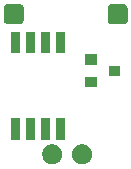
<source format=gbr>
G04 #@! TF.GenerationSoftware,KiCad,Pcbnew,5.0.2+dfsg1-1~bpo9+1*
G04 #@! TF.CreationDate,2020-10-06T20:20:49+01:00*
G04 #@! TF.ProjectId,tiny_usb_charger,74696e79-5f75-4736-925f-636861726765,rev?*
G04 #@! TF.SameCoordinates,Original*
G04 #@! TF.FileFunction,Soldermask,Top*
G04 #@! TF.FilePolarity,Negative*
%FSLAX46Y46*%
G04 Gerber Fmt 4.6, Leading zero omitted, Abs format (unit mm)*
G04 Created by KiCad (PCBNEW 5.0.2+dfsg1-1~bpo9+1) date Tue 06 Oct 2020 20:20:49 BST*
%MOMM*%
%LPD*%
G01*
G04 APERTURE LIST*
%ADD10C,0.100000*%
G04 APERTURE END LIST*
D10*
G36*
X148952528Y-98483003D02*
X149107400Y-98547153D01*
X149246781Y-98640285D01*
X149365315Y-98758819D01*
X149458447Y-98898200D01*
X149522597Y-99053072D01*
X149555300Y-99217484D01*
X149555300Y-99385116D01*
X149522597Y-99549528D01*
X149458447Y-99704400D01*
X149365315Y-99843781D01*
X149246781Y-99962315D01*
X149107400Y-100055447D01*
X148952528Y-100119597D01*
X148788116Y-100152300D01*
X148620484Y-100152300D01*
X148456072Y-100119597D01*
X148301200Y-100055447D01*
X148161819Y-99962315D01*
X148043285Y-99843781D01*
X147950153Y-99704400D01*
X147886003Y-99549528D01*
X147853300Y-99385116D01*
X147853300Y-99217484D01*
X147886003Y-99053072D01*
X147950153Y-98898200D01*
X148043285Y-98758819D01*
X148161819Y-98640285D01*
X148301200Y-98547153D01*
X148456072Y-98483003D01*
X148620484Y-98450300D01*
X148788116Y-98450300D01*
X148952528Y-98483003D01*
X148952528Y-98483003D01*
G37*
G36*
X151487448Y-98483003D02*
X151642320Y-98547153D01*
X151781701Y-98640285D01*
X151900235Y-98758819D01*
X151993367Y-98898200D01*
X152057517Y-99053072D01*
X152090220Y-99217484D01*
X152090220Y-99385116D01*
X152057517Y-99549528D01*
X151993367Y-99704400D01*
X151900235Y-99843781D01*
X151781701Y-99962315D01*
X151642320Y-100055447D01*
X151487448Y-100119597D01*
X151323036Y-100152300D01*
X151155404Y-100152300D01*
X150990992Y-100119597D01*
X150836120Y-100055447D01*
X150696739Y-99962315D01*
X150578205Y-99843781D01*
X150485073Y-99704400D01*
X150420923Y-99549528D01*
X150388220Y-99385116D01*
X150388220Y-99217484D01*
X150420923Y-99053072D01*
X150485073Y-98898200D01*
X150578205Y-98758819D01*
X150696739Y-98640285D01*
X150836120Y-98547153D01*
X150990992Y-98483003D01*
X151155404Y-98450300D01*
X151323036Y-98450300D01*
X151487448Y-98483003D01*
X151487448Y-98483003D01*
G37*
G36*
X149753400Y-98061100D02*
X149001400Y-98061100D01*
X149001400Y-96259100D01*
X149753400Y-96259100D01*
X149753400Y-98061100D01*
X149753400Y-98061100D01*
G37*
G36*
X148483400Y-98061100D02*
X147731400Y-98061100D01*
X147731400Y-96259100D01*
X148483400Y-96259100D01*
X148483400Y-98061100D01*
X148483400Y-98061100D01*
G37*
G36*
X147213400Y-98061100D02*
X146461400Y-98061100D01*
X146461400Y-96259100D01*
X147213400Y-96259100D01*
X147213400Y-98061100D01*
X147213400Y-98061100D01*
G37*
G36*
X145943400Y-98061100D02*
X145191400Y-98061100D01*
X145191400Y-96259100D01*
X145943400Y-96259100D01*
X145943400Y-98061100D01*
X145943400Y-98061100D01*
G37*
G36*
X152485200Y-93641100D02*
X151483200Y-93641100D01*
X151483200Y-92739100D01*
X152485200Y-92739100D01*
X152485200Y-93641100D01*
X152485200Y-93641100D01*
G37*
G36*
X154485200Y-92691100D02*
X153483200Y-92691100D01*
X153483200Y-91789100D01*
X154485200Y-91789100D01*
X154485200Y-92691100D01*
X154485200Y-92691100D01*
G37*
G36*
X152485200Y-91741100D02*
X151483200Y-91741100D01*
X151483200Y-90839100D01*
X152485200Y-90839100D01*
X152485200Y-91741100D01*
X152485200Y-91741100D01*
G37*
G36*
X149753400Y-90761100D02*
X149001400Y-90761100D01*
X149001400Y-88959100D01*
X149753400Y-88959100D01*
X149753400Y-90761100D01*
X149753400Y-90761100D01*
G37*
G36*
X148483400Y-90761100D02*
X147731400Y-90761100D01*
X147731400Y-88959100D01*
X148483400Y-88959100D01*
X148483400Y-90761100D01*
X148483400Y-90761100D01*
G37*
G36*
X147213400Y-90761100D02*
X146461400Y-90761100D01*
X146461400Y-88959100D01*
X147213400Y-88959100D01*
X147213400Y-90761100D01*
X147213400Y-90761100D01*
G37*
G36*
X145943400Y-90761100D02*
X145191400Y-90761100D01*
X145191400Y-88959100D01*
X145943400Y-88959100D01*
X145943400Y-90761100D01*
X145943400Y-90761100D01*
G37*
G36*
X154805278Y-86593528D02*
X154873264Y-86614151D01*
X154935917Y-86647640D01*
X154990832Y-86692708D01*
X155035900Y-86747623D01*
X155069389Y-86810276D01*
X155090012Y-86878262D01*
X155097580Y-86955100D01*
X155097580Y-87918820D01*
X155090012Y-87995658D01*
X155069389Y-88063644D01*
X155035900Y-88126297D01*
X154990832Y-88181212D01*
X154935917Y-88226280D01*
X154873264Y-88259769D01*
X154805278Y-88280392D01*
X154728440Y-88287960D01*
X153764720Y-88287960D01*
X153687882Y-88280392D01*
X153619896Y-88259769D01*
X153557243Y-88226280D01*
X153502328Y-88181212D01*
X153457260Y-88126297D01*
X153423771Y-88063644D01*
X153403148Y-87995658D01*
X153395580Y-87918820D01*
X153395580Y-86955100D01*
X153403148Y-86878262D01*
X153423771Y-86810276D01*
X153457260Y-86747623D01*
X153502328Y-86692708D01*
X153557243Y-86647640D01*
X153619896Y-86614151D01*
X153687882Y-86593528D01*
X153764720Y-86585960D01*
X154728440Y-86585960D01*
X154805278Y-86593528D01*
X154805278Y-86593528D01*
G37*
G36*
X146011798Y-86583368D02*
X146079784Y-86603991D01*
X146142437Y-86637480D01*
X146197352Y-86682548D01*
X146242420Y-86737463D01*
X146275909Y-86800116D01*
X146296532Y-86868102D01*
X146304100Y-86944940D01*
X146304100Y-87908660D01*
X146296532Y-87985498D01*
X146275909Y-88053484D01*
X146242420Y-88116137D01*
X146197352Y-88171052D01*
X146142437Y-88216120D01*
X146079784Y-88249609D01*
X146011798Y-88270232D01*
X145934960Y-88277800D01*
X144971240Y-88277800D01*
X144894402Y-88270232D01*
X144826416Y-88249609D01*
X144763763Y-88216120D01*
X144708848Y-88171052D01*
X144663780Y-88116137D01*
X144630291Y-88053484D01*
X144609668Y-87985498D01*
X144602100Y-87908660D01*
X144602100Y-86944940D01*
X144609668Y-86868102D01*
X144630291Y-86800116D01*
X144663780Y-86737463D01*
X144708848Y-86682548D01*
X144763763Y-86637480D01*
X144826416Y-86603991D01*
X144894402Y-86583368D01*
X144971240Y-86575800D01*
X145934960Y-86575800D01*
X146011798Y-86583368D01*
X146011798Y-86583368D01*
G37*
M02*

</source>
